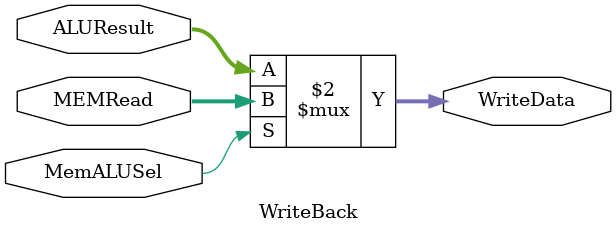
<source format=v>
`timescale 1ns / 1ps


module WriteBack(
    input [31:0] MEMRead,
    input [31:0] ALUResult,
    input MemALUSel, // control signal 0=ALU, 1=MEM
    output reg [31:0] WriteData 
    );
    
    always @(MEMRead,ALUResult,MemALUSel)
    begin
        WriteData<=(MemALUSel?MEMRead:ALUResult);
    end
    
    
endmodule

</source>
